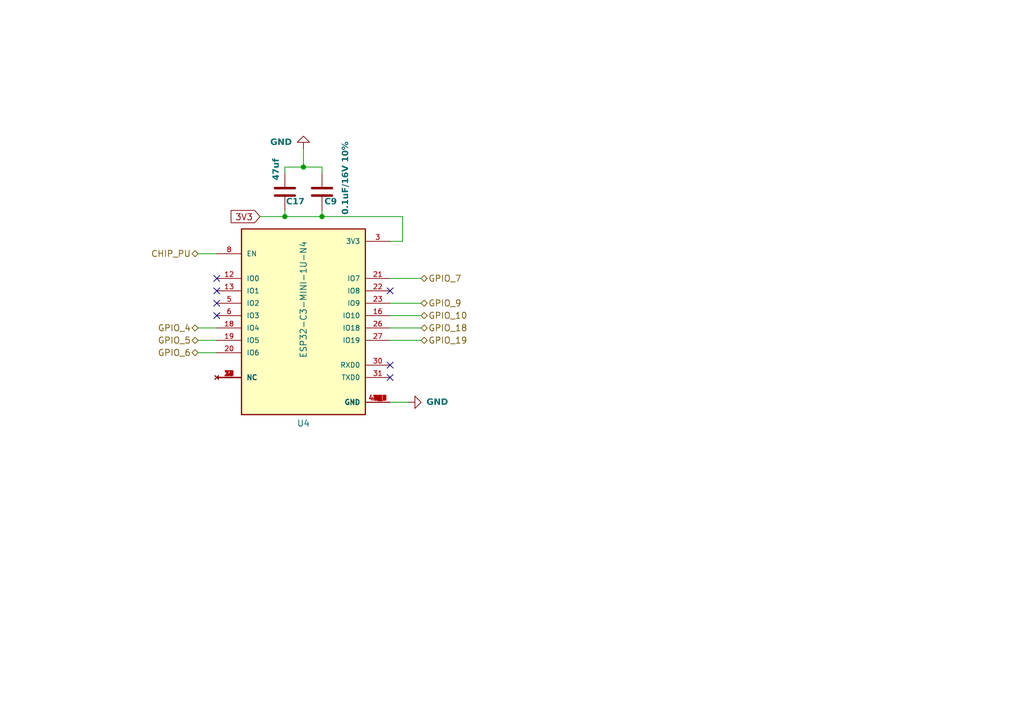
<source format=kicad_sch>
(kicad_sch (version 20250114) (generator "eeschema") (generator_version "9.0")
  (paper "A5")
  (lib_symbols
    (symbol "Device:C" (pin_numbers (hide yes)) (pin_names (offset 0.254))
      (property "Reference" "C" (at 0.635 2.54 0))
      (property "Value" "C" (at 0.635 -2.54 0))
      (symbol "C_0_1"
        (polyline (pts (xy -2.032 0.762) (xy 2.032 0.762)) (stroke (width 0.508)))
        (polyline (pts (xy -2.032 -0.762) (xy 2.032 -0.762)) (stroke (width 0.508)))
      )
      (symbol "C_1_1"
        (pin passive line (at 0 3.81 270) (length 2.794) (name "~") (number "1"))
        (pin passive line (at 0 -3.81 90) (length 2.794) (name "~") (number "2"))
      )
    )
    (symbol "ESP32-C3-MINI-1U-N4:ESP32-C3-MINI-1U-N4" (pin_names (offset 1.016))
      (property "Reference" "U" (at -12.7 18.796 0))
      (property "Value" "ESP32-C3-MINI-1U-N4" (at -12.7 -22.86 0))
      (symbol "ESP32-C3-MINI-1U-N4_0_0"
        (rectangle (start -12.7 -20.32) (end 12.7 17.78) (stroke (width 0.254)) (fill (type background)))
        (pin input line (at -17.78 12.7 0) (length 5.08) (name "EN") (number "8"))
        (pin bidirectional line (at -17.78 7.62 0) (length 5.08) (name "IO0") (number "12"))
        (pin bidirectional line (at -17.78 5.08 0) (length 5.08) (name "IO1") (number "13"))
        (pin bidirectional line (at -17.78 2.54 0) (length 5.08) (name "IO2") (number "5"))
        (pin bidirectional line (at -17.78 0 0) (length 5.08) (name "IO3") (number "6"))
        (pin bidirectional line (at -17.78 -2.54 0) (length 5.08) (name "IO4") (number "18"))
        (pin bidirectional line (at -17.78 -5.08 0) (length 5.08) (name "IO5") (number "19"))
        (pin bidirectional line (at -17.78 -7.62 0) (length 5.08) (name "IO6") (number "20"))
        (pin no_connect line (at -17.78 -12.7 0) (length 5.08) (name "NC") (number "10"))
        (pin no_connect line (at -17.78 -12.7 0) (length 5.08) (name "NC") (number "15"))
        (pin no_connect line (at -17.78 -12.7 0) (length 5.08) (name "NC") (number "17"))
        (pin no_connect line (at -17.78 -12.7 0) (length 5.08) (name "NC") (number "24"))
        (pin no_connect line (at -17.78 -12.7 0) (length 5.08) (name "NC") (number "25"))
        (pin no_connect line (at -17.78 -12.7 0) (length 5.08) (name "NC") (number "28"))
        (pin no_connect line (at -17.78 -12.7 0) (length 5.08) (name "NC") (number "29"))
        (pin no_connect line (at -17.78 -12.7 0) (length 5.08) (name "NC") (number "32"))
        (pin no_connect line (at -17.78 -12.7 0) (length 5.08) (name "NC") (number "33"))
        (pin no_connect line (at -17.78 -12.7 0) (length 5.08) (name "NC") (number "34"))
        (pin no_connect line (at -17.78 -12.7 0) (length 5.08) (name "NC") (number "35"))
        (pin no_connect line (at -17.78 -12.7 0) (length 5.08) (name "NC") (number "4"))
        (pin no_connect line (at -17.78 -12.7 0) (length 5.08) (name "NC") (number "7"))
        (pin no_connect line (at -17.78 -12.7 0) (length 5.08) (name "NC") (number "9"))
        (pin power_in line (at 17.78 15.24 180) (length 5.08) (name "3V3") (number "3"))
        (pin bidirectional line (at 17.78 7.62 180) (length 5.08) (name "IO7") (number "21"))
        (pin bidirectional line (at 17.78 5.08 180) (length 5.08) (name "IO8") (number "22"))
        (pin bidirectional line (at 17.78 2.54 180) (length 5.08) (name "IO9") (number "23"))
        (pin bidirectional line (at 17.78 0 180) (length 5.08) (name "IO10") (number "16"))
        (pin bidirectional line (at 17.78 -2.54 180) (length 5.08) (name "IO18") (number "26"))
        (pin bidirectional line (at 17.78 -5.08 180) (length 5.08) (name "IO19") (number "27"))
        (pin bidirectional line (at 17.78 -10.16 180) (length 5.08) (name "RXD0") (number "30"))
        (pin bidirectional line (at 17.78 -12.7 180) (length 5.08) (name "TXD0") (number "31"))
        (pin power_in line (at 17.78 -17.78 180) (length 5.08) (name "GND") (number "1"))
        (pin power_in line (at 17.78 -17.78 180) (length 5.08) (name "GND") (number "11"))
        (pin power_in line (at 17.78 -17.78 180) (length 5.08) (name "GND") (number "14"))
        (pin power_in line (at 17.78 -17.78 180) (length 5.08) (name "GND") (number "2"))
        (pin power_in line (at 17.78 -17.78 180) (length 5.08) (name "GND") (number "36"))
        (pin power_in line (at 17.78 -17.78 180) (length 5.08) (name "GND") (number "37"))
        (pin power_in line (at 17.78 -17.78 180) (length 5.08) (name "GND") (number "38"))
        (pin power_in line (at 17.78 -17.78 180) (length 5.08) (name "GND") (number "39"))
        (pin power_in line (at 17.78 -17.78 180) (length 5.08) (name "GND") (number "40"))
        (pin power_in line (at 17.78 -17.78 180) (length 5.08) (name "GND") (number "41"))
        (pin power_in line (at 17.78 -17.78 180) (length 5.08) (name "GND") (number "42"))
        (pin power_in line (at 17.78 -17.78 180) (length 5.08) (name "GND") (number "43"))
        (pin power_in line (at 17.78 -17.78 180) (length 5.08) (name "GND") (number "44"))
        (pin power_in line (at 17.78 -17.78 180) (length 5.08) (name "GND") (number "45"))
        (pin power_in line (at 17.78 -17.78 180) (length 5.08) (name "GND") (number "46"))
        (pin power_in line (at 17.78 -17.78 180) (length 5.08) (name "GND") (number "47"))
        (pin power_in line (at 17.78 -17.78 180) (length 5.08) (name "GND") (number "48"))
        (pin power_in line (at 17.78 -17.78 180) (length 5.08) (name "GND") (number "49_1"))
        (pin power_in line (at 17.78 -17.78 180) (length 5.08) (name "GND") (number "49_2"))
        (pin power_in line (at 17.78 -17.78 180) (length 5.08) (name "GND") (number "49_3"))
        (pin power_in line (at 17.78 -17.78 180) (length 5.08) (name "GND") (number "49_4"))
        (pin power_in line (at 17.78 -17.78 180) (length 5.08) (name "GND") (number "49_5"))
        (pin power_in line (at 17.78 -17.78 180) (length 5.08) (name "GND") (number "49_6"))
        (pin power_in line (at 17.78 -17.78 180) (length 5.08) (name "GND") (number "49_7"))
        (pin power_in line (at 17.78 -17.78 180) (length 5.08) (name "GND") (number "49_8"))
        (pin power_in line (at 17.78 -17.78 180) (length 5.08) (name "GND") (number "49_9"))
        (pin power_in line (at 17.78 -17.78 180) (length 5.08) (name "GND") (number "50"))
        (pin power_in line (at 17.78 -17.78 180) (length 5.08) (name "GND") (number "51"))
        (pin power_in line (at 17.78 -17.78 180) (length 5.08) (name "GND") (number "52"))
        (pin power_in line (at 17.78 -17.78 180) (length 5.08) (name "GND") (number "53"))
      )
    )
    (symbol "power:GND" (power) (pin_numbers (hide yes)) (pin_names (offset 0) (hide yes))
      (property "Value" "GND" (at 0 -3.81 0))
      (symbol "GND_0_1"
        (polyline (pts (xy 0 0) (xy 0 -1.27) (xy 1.27 -1.27) (xy 0 -2.54) (xy -1.27 -1.27) (xy 0 -1.27)))
      )
      (symbol "GND_1_1"
        (pin power_in line (at 0 0 270) (length 0) (name "~") (number "1"))
      )
    )
  )
  (junction (at 62.23 34.29))
  (junction (at 66.04 44.45))
  (junction (at 58.42 44.45))
  (no_connect (at 44.45 64.77))
  (no_connect (at 80.01 74.93))
  (no_connect (at 80.01 59.69))
  (no_connect (at 44.45 59.69))
  (no_connect (at 80.01 77.47))
  (no_connect (at 44.45 62.23))
  (no_connect (at 44.45 57.15))
  (wire (pts (xy 66.04 34.29) (xy 66.04 35.56)))
  (wire (pts (xy 82.55 49.53) (xy 80.01 49.53)))
  (wire (pts (xy 80.01 69.85) (xy 86.36 69.85)))
  (wire (pts (xy 66.04 34.29) (xy 62.23 34.29)))
  (wire (pts (xy 66.04 44.45) (xy 82.55 44.45)))
  (wire (pts (xy 40.64 69.85) (xy 44.45 69.85)))
  (wire (pts (xy 58.42 43.18) (xy 58.42 44.45)))
  (wire (pts (xy 80.01 67.31) (xy 86.36 67.31)))
  (wire (pts (xy 62.23 34.29) (xy 58.42 34.29)))
  (wire (pts (xy 40.64 72.39) (xy 44.45 72.39)))
  (wire (pts (xy 80.01 64.77) (xy 86.36 64.77)))
  (wire (pts (xy 53.34 44.45) (xy 58.42 44.45)))
  (wire (pts (xy 80.01 57.15) (xy 86.36 57.15)))
  (wire (pts (xy 40.64 52.07) (xy 44.45 52.07)))
  (wire (pts (xy 58.42 34.29) (xy 58.42 35.56)))
  (wire (pts (xy 82.55 44.45) (xy 82.55 49.53)))
  (wire (pts (xy 66.04 43.18) (xy 66.04 44.45)))
  (wire (pts (xy 80.01 82.55) (xy 83.82 82.55)))
  (wire (pts (xy 80.01 62.23) (xy 86.36 62.23)))
  (wire (pts (xy 40.64 67.31) (xy 44.45 67.31)))
  (wire (pts (xy 62.23 30.48) (xy 62.23 34.29)))
  (wire (pts (xy 66.04 44.45) (xy 58.42 44.45)))
  (global_label "3V3" (shape input) (at 53.34 44.45 180) (property "Intersheetrefs" "${INTERSHEET_REFS}" (effects (hide yes))))
  (hierarchical_label "GPIO_6" (shape bidirectional) (at 40.64 72.39 180))
  (hierarchical_label "GPIO_18" (shape bidirectional) (at 86.36 67.31 0))
  (hierarchical_label "GPIO_10" (shape bidirectional) (at 86.36 64.77 0))
  (hierarchical_label "GPIO_9" (shape bidirectional) (at 86.36 62.23 0))
  (hierarchical_label "GPIO_7" (shape bidirectional) (at 86.36 57.15 0))
  (hierarchical_label "GPIO_4" (shape bidirectional) (at 40.64 67.31 180))
  (hierarchical_label "GPIO_19" (shape bidirectional) (at 86.36 69.85 0))
  (hierarchical_label "CHIP_PU" (shape bidirectional) (at 40.64 52.07 180))
  (hierarchical_label "GPIO_5" (shape bidirectional) (at 40.64 69.85 180))
  (symbol (lib_id "Device:C") (at 66.04 39.37 0) (mirror x) (unit 1)
    (property "Reference" "C9" (at 66.548 41.402 0) (effects (justify left)))
    (property "Value" "0.1uF/16V 10%" (at 70.866 28.956 90) (effects (justify left)))
    (property "Footprint" "C1206C104K5RACTU:VARC3216X85N" (effects (hide yes)))
    (property "Description" "Unpolarized capacitor 0.1uf GRM033C71C104KE14D:CAPC0603X33N" (effects (hide yes)))
  )
  (symbol (lib_id "Device:C") (at 58.42 39.37 0) (mirror x) (unit 1)
    (property "Reference" "C17" (at 58.674 41.402 0) (effects (justify left)))
    (property "Value" "47uf" (at 56.642 32.512 90) (effects (justify left)))
    (property "Footprint" "Capacitor_SMD:C_1206_3216Metric" (effects (hide yes)))
    (property "Description" "Unpolarized capacitor 10UF" (effects (hide yes)))
  )
  (symbol (lib_id "power:GND") (at 62.23 30.48 0) (mirror x) (unit 1)
    (property "Reference" "#PWR012" (effects (hide yes)))
    (property "Value" "GND" (at 59.69 29.21 0) (effects (justify right)))
    (property "Description" "Power symbol creates a global label with name \"GND\" , ground" (effects (hide yes)))
  )
  (symbol (lib_id "power:GND") (at 83.82 82.55 90) (unit 1)
    (property "Reference" "#PWR019" (effects (hide yes)))
    (property "Value" "GND" (at 87.63 82.5499 90) (effects (justify right)))
    (property "Description" "Power symbol creates a global label with name \"GND\" , ground" (effects (hide yes)))
  )
  (symbol (lib_id "ESP32-C3-MINI-1U-N4:ESP32-C3-MINI-1U-N4") (at 62.23 64.77 0) (unit 1)
    (property "Reference" "U4" (at 62.23 86.868 0))
    (property "Value" "ESP32-C3-MINI-1U-N4" (at 62.23 61.468 90))
    (property "Footprint" "ESP32-C3-MINI-1U-N4:XCVR_ESP32-C3-MINI-1U-N4" (effects (hide yes)))
    (property "MF" "Espressif Systems" (effects (hide yes)))
    (property "MAXIMUM_PACKAGE_HEIGHT" "2.55mm" (effects (hide yes)))
    (property "Package" "None" (effects (hide yes)))
    (property "Price" "None" (effects (hide yes)))
    (property "Check_prices" "https://www.snapeda.com/parts/ESP32-C3-MINI-1U-N4/Espressif+Systems/view-part/?ref=eda" (effects (hide yes)))
    (property "STANDARD" "Manufacturer Recommendations" (effects (hide yes)))
    (property "PARTREV" "v1.0" (effects (hide yes)))
    (property "SnapEDA_Link" "https://www.snapeda.com/parts/ESP32-C3-MINI-1U-N4/Espressif+Systems/view-part/?ref=snap" (effects (hide yes)))
    (property "MP" "ESP32-C3-MINI-1U-N4" (effects (hide yes)))
    (property "Description_1" "Bluetooth, WiFi 802.11b/g/n, Bluetooth v5.0 Transceiver Module 2.412GHz ~ 2.484GHz Antenna Not Included, I-PEX Surface Mount" (effects (hide yes)))
    (property "Availability" "In Stock" (effects (hide yes)))
    (property "MANUFACTURER" "Espressif Systems" (effects (hide yes)))
  )
)
</source>
